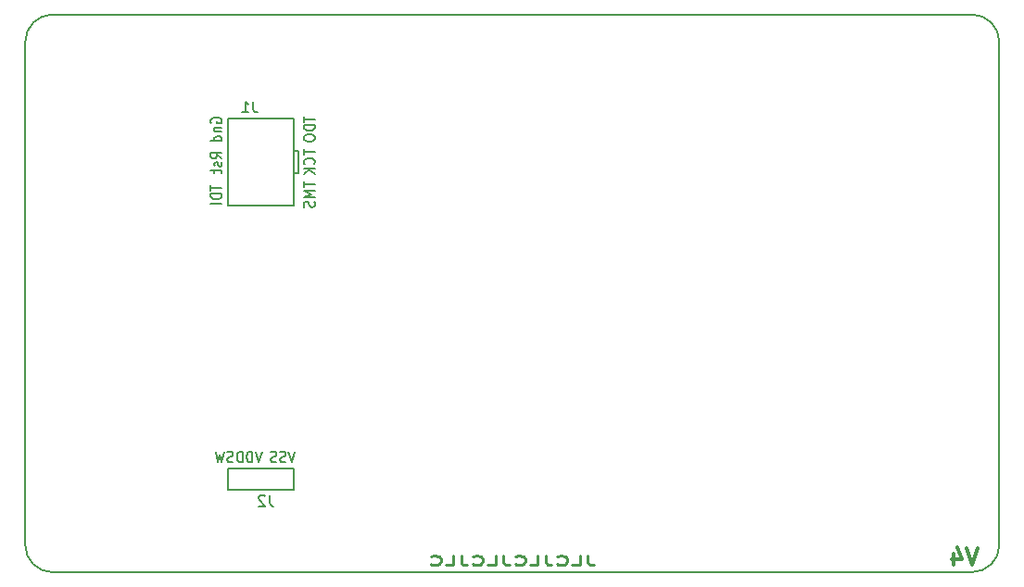
<source format=gbr>
%TF.GenerationSoftware,KiCad,Pcbnew,5.0.1*%
%TF.CreationDate,2019-03-19T15:46:54-05:00*%
%TF.ProjectId,Layout,4C61796F75742E6B696361645F706362,rev?*%
%TF.SameCoordinates,Original*%
%TF.FileFunction,Legend,Bot*%
%TF.FilePolarity,Positive*%
%FSLAX46Y46*%
G04 Gerber Fmt 4.6, Leading zero omitted, Abs format (unit mm)*
G04 Created by KiCad (PCBNEW 5.0.1) date Tue 19 Mar 2019 03:46:54 PM CDT*
%MOMM*%
%LPD*%
G01*
G04 APERTURE LIST*
%ADD10C,0.212500*%
%ADD11C,0.300000*%
%ADD12C,0.150000*%
G04 APERTURE END LIST*
D10*
X163392571Y-122978523D02*
X163392571Y-123585666D01*
X163464000Y-123707095D01*
X163606857Y-123788047D01*
X163821142Y-123828523D01*
X163964000Y-123828523D01*
X161964000Y-123828523D02*
X162678285Y-123828523D01*
X162678285Y-122978523D01*
X160606857Y-123747571D02*
X160678285Y-123788047D01*
X160892571Y-123828523D01*
X161035428Y-123828523D01*
X161249714Y-123788047D01*
X161392571Y-123707095D01*
X161464000Y-123626142D01*
X161535428Y-123464238D01*
X161535428Y-123342809D01*
X161464000Y-123180904D01*
X161392571Y-123099952D01*
X161249714Y-123019000D01*
X161035428Y-122978523D01*
X160892571Y-122978523D01*
X160678285Y-123019000D01*
X160606857Y-123059476D01*
X159535428Y-122978523D02*
X159535428Y-123585666D01*
X159606857Y-123707095D01*
X159749714Y-123788047D01*
X159964000Y-123828523D01*
X160106857Y-123828523D01*
X158106857Y-123828523D02*
X158821142Y-123828523D01*
X158821142Y-122978523D01*
X156749714Y-123747571D02*
X156821142Y-123788047D01*
X157035428Y-123828523D01*
X157178285Y-123828523D01*
X157392571Y-123788047D01*
X157535428Y-123707095D01*
X157606857Y-123626142D01*
X157678285Y-123464238D01*
X157678285Y-123342809D01*
X157606857Y-123180904D01*
X157535428Y-123099952D01*
X157392571Y-123019000D01*
X157178285Y-122978523D01*
X157035428Y-122978523D01*
X156821142Y-123019000D01*
X156749714Y-123059476D01*
X155678285Y-122978523D02*
X155678285Y-123585666D01*
X155749714Y-123707095D01*
X155892571Y-123788047D01*
X156106857Y-123828523D01*
X156249714Y-123828523D01*
X154249714Y-123828523D02*
X154964000Y-123828523D01*
X154964000Y-122978523D01*
X152892571Y-123747571D02*
X152964000Y-123788047D01*
X153178285Y-123828523D01*
X153321142Y-123828523D01*
X153535428Y-123788047D01*
X153678285Y-123707095D01*
X153749714Y-123626142D01*
X153821142Y-123464238D01*
X153821142Y-123342809D01*
X153749714Y-123180904D01*
X153678285Y-123099952D01*
X153535428Y-123019000D01*
X153321142Y-122978523D01*
X153178285Y-122978523D01*
X152964000Y-123019000D01*
X152892571Y-123059476D01*
X151821142Y-122978523D02*
X151821142Y-123585666D01*
X151892571Y-123707095D01*
X152035428Y-123788047D01*
X152249714Y-123828523D01*
X152392571Y-123828523D01*
X150392571Y-123828523D02*
X151106857Y-123828523D01*
X151106857Y-122978523D01*
X149035428Y-123747571D02*
X149106857Y-123788047D01*
X149321142Y-123828523D01*
X149464000Y-123828523D01*
X149678285Y-123788047D01*
X149821142Y-123707095D01*
X149892571Y-123626142D01*
X149964000Y-123464238D01*
X149964000Y-123342809D01*
X149892571Y-123180904D01*
X149821142Y-123099952D01*
X149678285Y-123019000D01*
X149464000Y-122978523D01*
X149321142Y-122978523D01*
X149106857Y-123019000D01*
X149035428Y-123059476D01*
D11*
X198984285Y-122288571D02*
X198484285Y-123788571D01*
X197984285Y-122288571D01*
X196841428Y-122788571D02*
X196841428Y-123788571D01*
X197198571Y-122217142D02*
X197555714Y-123288571D01*
X196627142Y-123288571D01*
D12*
X112000000Y-122000000D02*
X112000000Y-76000000D01*
X198500000Y-124500000D02*
X114500000Y-124500000D01*
X201000000Y-76000000D02*
X201000000Y-122000000D01*
X114500000Y-73500000D02*
X198500000Y-73500000D01*
X201000000Y-122000000D02*
G75*
G02X198500000Y-124500000I-2500000J0D01*
G01*
X114500000Y-124500000D02*
G75*
G02X112000000Y-122000000I0J2500000D01*
G01*
X112000000Y-76000000D02*
G75*
G02X114500000Y-73500000I2500000J0D01*
G01*
X198500000Y-73500000D02*
G75*
G02X201000000Y-76000000I0J-2500000D01*
G01*
X136500000Y-91000000D02*
X136500000Y-83000000D01*
X136500000Y-83000000D02*
X130500000Y-83000000D01*
X130500000Y-83000000D02*
X130500000Y-91000000D01*
X130500000Y-91000000D02*
X136500000Y-91000000D01*
X136500000Y-88000000D02*
X137000000Y-88000000D01*
X137000000Y-88000000D02*
X137000000Y-86000000D01*
X137000000Y-86000000D02*
X136500000Y-86000000D01*
X136500000Y-115000000D02*
X130500000Y-115000000D01*
X130500000Y-115000000D02*
X130500000Y-117000000D01*
X130500000Y-117000000D02*
X136500000Y-117000000D01*
X136500000Y-117000000D02*
X136500000Y-115000000D01*
X132833333Y-81452380D02*
X132833333Y-82166666D01*
X132880952Y-82309523D01*
X132976190Y-82404761D01*
X133119047Y-82452380D01*
X133214285Y-82452380D01*
X131833333Y-82452380D02*
X132404761Y-82452380D01*
X132119047Y-82452380D02*
X132119047Y-81452380D01*
X132214285Y-81595238D01*
X132309523Y-81690476D01*
X132404761Y-81738095D01*
X137452380Y-88800000D02*
X137452380Y-89314285D01*
X138452380Y-89057142D02*
X137452380Y-89057142D01*
X138452380Y-89614285D02*
X137452380Y-89614285D01*
X138166666Y-89914285D01*
X137452380Y-90214285D01*
X138452380Y-90214285D01*
X138404761Y-90600000D02*
X138452380Y-90728571D01*
X138452380Y-90942857D01*
X138404761Y-91028571D01*
X138357142Y-91071428D01*
X138261904Y-91114285D01*
X138166666Y-91114285D01*
X138071428Y-91071428D01*
X138023809Y-91028571D01*
X137976190Y-90942857D01*
X137928571Y-90771428D01*
X137880952Y-90685714D01*
X137833333Y-90642857D01*
X137738095Y-90600000D01*
X137642857Y-90600000D01*
X137547619Y-90642857D01*
X137500000Y-90685714D01*
X137452380Y-90771428D01*
X137452380Y-90985714D01*
X137500000Y-91114285D01*
X137452380Y-85842857D02*
X137452380Y-86357142D01*
X138452380Y-86100000D02*
X137452380Y-86100000D01*
X138357142Y-87171428D02*
X138404761Y-87128571D01*
X138452380Y-87000000D01*
X138452380Y-86914285D01*
X138404761Y-86785714D01*
X138309523Y-86700000D01*
X138214285Y-86657142D01*
X138023809Y-86614285D01*
X137880952Y-86614285D01*
X137690476Y-86657142D01*
X137595238Y-86700000D01*
X137500000Y-86785714D01*
X137452380Y-86914285D01*
X137452380Y-87000000D01*
X137500000Y-87128571D01*
X137547619Y-87171428D01*
X138452380Y-87557142D02*
X137452380Y-87557142D01*
X138452380Y-88071428D02*
X137880952Y-87685714D01*
X137452380Y-88071428D02*
X138023809Y-87557142D01*
X137452380Y-82821428D02*
X137452380Y-83335714D01*
X138452380Y-83078571D02*
X137452380Y-83078571D01*
X138452380Y-83635714D02*
X137452380Y-83635714D01*
X137452380Y-83850000D01*
X137500000Y-83978571D01*
X137595238Y-84064285D01*
X137690476Y-84107142D01*
X137880952Y-84150000D01*
X138023809Y-84150000D01*
X138214285Y-84107142D01*
X138309523Y-84064285D01*
X138404761Y-83978571D01*
X138452380Y-83850000D01*
X138452380Y-83635714D01*
X137452380Y-84707142D02*
X137452380Y-84878571D01*
X137500000Y-84964285D01*
X137595238Y-85050000D01*
X137785714Y-85092857D01*
X138119047Y-85092857D01*
X138309523Y-85050000D01*
X138404761Y-84964285D01*
X138452380Y-84878571D01*
X138452380Y-84707142D01*
X138404761Y-84621428D01*
X138309523Y-84535714D01*
X138119047Y-84492857D01*
X137785714Y-84492857D01*
X137595238Y-84535714D01*
X137500000Y-84621428D01*
X137452380Y-84707142D01*
X128952380Y-89078571D02*
X128952380Y-89592857D01*
X129952380Y-89335714D02*
X128952380Y-89335714D01*
X129952380Y-89892857D02*
X128952380Y-89892857D01*
X128952380Y-90107142D01*
X129000000Y-90235714D01*
X129095238Y-90321428D01*
X129190476Y-90364285D01*
X129380952Y-90407142D01*
X129523809Y-90407142D01*
X129714285Y-90364285D01*
X129809523Y-90321428D01*
X129904761Y-90235714D01*
X129952380Y-90107142D01*
X129952380Y-89892857D01*
X129952380Y-90792857D02*
X128952380Y-90792857D01*
X129952380Y-86657142D02*
X129476190Y-86357142D01*
X129952380Y-86142857D02*
X128952380Y-86142857D01*
X128952380Y-86485714D01*
X129000000Y-86571428D01*
X129047619Y-86614285D01*
X129142857Y-86657142D01*
X129285714Y-86657142D01*
X129380952Y-86614285D01*
X129428571Y-86571428D01*
X129476190Y-86485714D01*
X129476190Y-86142857D01*
X129904761Y-87000000D02*
X129952380Y-87085714D01*
X129952380Y-87257142D01*
X129904761Y-87342857D01*
X129809523Y-87385714D01*
X129761904Y-87385714D01*
X129666666Y-87342857D01*
X129619047Y-87257142D01*
X129619047Y-87128571D01*
X129571428Y-87042857D01*
X129476190Y-87000000D01*
X129428571Y-87000000D01*
X129333333Y-87042857D01*
X129285714Y-87128571D01*
X129285714Y-87257142D01*
X129333333Y-87342857D01*
X129285714Y-87642857D02*
X129285714Y-87985714D01*
X128952380Y-87771428D02*
X129809523Y-87771428D01*
X129904761Y-87814285D01*
X129952380Y-87900000D01*
X129952380Y-87985714D01*
X129000000Y-83421428D02*
X128952380Y-83335714D01*
X128952380Y-83207142D01*
X129000000Y-83078571D01*
X129095238Y-82992857D01*
X129190476Y-82950000D01*
X129380952Y-82907142D01*
X129523809Y-82907142D01*
X129714285Y-82950000D01*
X129809523Y-82992857D01*
X129904761Y-83078571D01*
X129952380Y-83207142D01*
X129952380Y-83292857D01*
X129904761Y-83421428D01*
X129857142Y-83464285D01*
X129523809Y-83464285D01*
X129523809Y-83292857D01*
X129285714Y-83850000D02*
X129952380Y-83850000D01*
X129380952Y-83850000D02*
X129333333Y-83892857D01*
X129285714Y-83978571D01*
X129285714Y-84107142D01*
X129333333Y-84192857D01*
X129428571Y-84235714D01*
X129952380Y-84235714D01*
X129952380Y-85050000D02*
X128952380Y-85050000D01*
X129904761Y-85050000D02*
X129952380Y-84964285D01*
X129952380Y-84792857D01*
X129904761Y-84707142D01*
X129857142Y-84664285D01*
X129761904Y-84621428D01*
X129476190Y-84621428D01*
X129380952Y-84664285D01*
X129333333Y-84707142D01*
X129285714Y-84792857D01*
X129285714Y-84964285D01*
X129333333Y-85050000D01*
X134333333Y-117452380D02*
X134333333Y-118166666D01*
X134380952Y-118309523D01*
X134476190Y-118404761D01*
X134619047Y-118452380D01*
X134714285Y-118452380D01*
X133904761Y-117547619D02*
X133857142Y-117500000D01*
X133761904Y-117452380D01*
X133523809Y-117452380D01*
X133428571Y-117500000D01*
X133380952Y-117547619D01*
X133333333Y-117642857D01*
X133333333Y-117738095D01*
X133380952Y-117880952D01*
X133952380Y-118452380D01*
X133333333Y-118452380D01*
X136657142Y-113452380D02*
X136357142Y-114452380D01*
X136057142Y-113452380D01*
X135800000Y-114404761D02*
X135671428Y-114452380D01*
X135457142Y-114452380D01*
X135371428Y-114404761D01*
X135328571Y-114357142D01*
X135285714Y-114261904D01*
X135285714Y-114166666D01*
X135328571Y-114071428D01*
X135371428Y-114023809D01*
X135457142Y-113976190D01*
X135628571Y-113928571D01*
X135714285Y-113880952D01*
X135757142Y-113833333D01*
X135800000Y-113738095D01*
X135800000Y-113642857D01*
X135757142Y-113547619D01*
X135714285Y-113500000D01*
X135628571Y-113452380D01*
X135414285Y-113452380D01*
X135285714Y-113500000D01*
X134942857Y-114404761D02*
X134814285Y-114452380D01*
X134600000Y-114452380D01*
X134514285Y-114404761D01*
X134471428Y-114357142D01*
X134428571Y-114261904D01*
X134428571Y-114166666D01*
X134471428Y-114071428D01*
X134514285Y-114023809D01*
X134600000Y-113976190D01*
X134771428Y-113928571D01*
X134857142Y-113880952D01*
X134900000Y-113833333D01*
X134942857Y-113738095D01*
X134942857Y-113642857D01*
X134900000Y-113547619D01*
X134857142Y-113500000D01*
X134771428Y-113452380D01*
X134557142Y-113452380D01*
X134428571Y-113500000D01*
X133642857Y-113452380D02*
X133342857Y-114452380D01*
X133042857Y-113452380D01*
X132742857Y-114452380D02*
X132742857Y-113452380D01*
X132528571Y-113452380D01*
X132400000Y-113500000D01*
X132314285Y-113595238D01*
X132271428Y-113690476D01*
X132228571Y-113880952D01*
X132228571Y-114023809D01*
X132271428Y-114214285D01*
X132314285Y-114309523D01*
X132400000Y-114404761D01*
X132528571Y-114452380D01*
X132742857Y-114452380D01*
X131842857Y-114452380D02*
X131842857Y-113452380D01*
X131628571Y-113452380D01*
X131500000Y-113500000D01*
X131414285Y-113595238D01*
X131371428Y-113690476D01*
X131328571Y-113880952D01*
X131328571Y-114023809D01*
X131371428Y-114214285D01*
X131414285Y-114309523D01*
X131500000Y-114404761D01*
X131628571Y-114452380D01*
X131842857Y-114452380D01*
X130985714Y-114404761D02*
X130857142Y-114452380D01*
X130642857Y-114452380D01*
X130557142Y-114404761D01*
X130514285Y-114357142D01*
X130471428Y-114261904D01*
X130471428Y-114166666D01*
X130514285Y-114071428D01*
X130557142Y-114023809D01*
X130642857Y-113976190D01*
X130814285Y-113928571D01*
X130900000Y-113880952D01*
X130942857Y-113833333D01*
X130985714Y-113738095D01*
X130985714Y-113642857D01*
X130942857Y-113547619D01*
X130900000Y-113500000D01*
X130814285Y-113452380D01*
X130600000Y-113452380D01*
X130471428Y-113500000D01*
X130171428Y-113452380D02*
X129957142Y-114452380D01*
X129785714Y-113738095D01*
X129614285Y-114452380D01*
X129400000Y-113452380D01*
M02*

</source>
